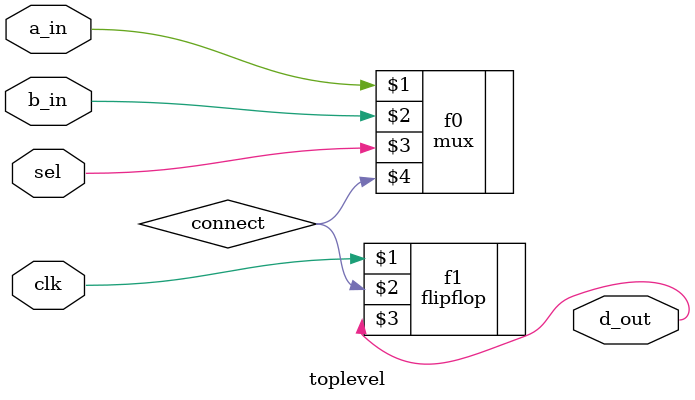
<source format=v>
/*
 *	Copyright (C) 2011  Kiel Friedt
 *
 *    This program is free software: you can redistribute it and/or modify
 *    it under the terms of the GNU General Public License as published by
 *    the Free Software Foundation, either version 3 of the License, or
 *    (at your option) any later version.
 *
 *    This program is distributed in the hope that it will be useful,
 *    but WITHOUT ANY WARRANTY; without even the implied warranty of
 *    MERCHANTABILITY or FITNESS FOR A PARTICULAR PURPOSE.  See the
 *    GNU General Public License for more details.
 *
 *    You should have received a copy of the GNU General Public License
 *    along with this program.  If not, see <http://www.gnu.org/licenses/>.
 */
 //authors Kiel Friedt, Kevin McIntosh,Cody DeHaan
module toplevel (a_in, b_in, sel, d_out, clk);
	input a_in, b_in;
	input sel;
	input clk;
	output d_out;

	wire connect;

	mux f0(a_in, b_in, sel, connect);
	flipflop f1(clk, connect, d_out);

endmodule

</source>
